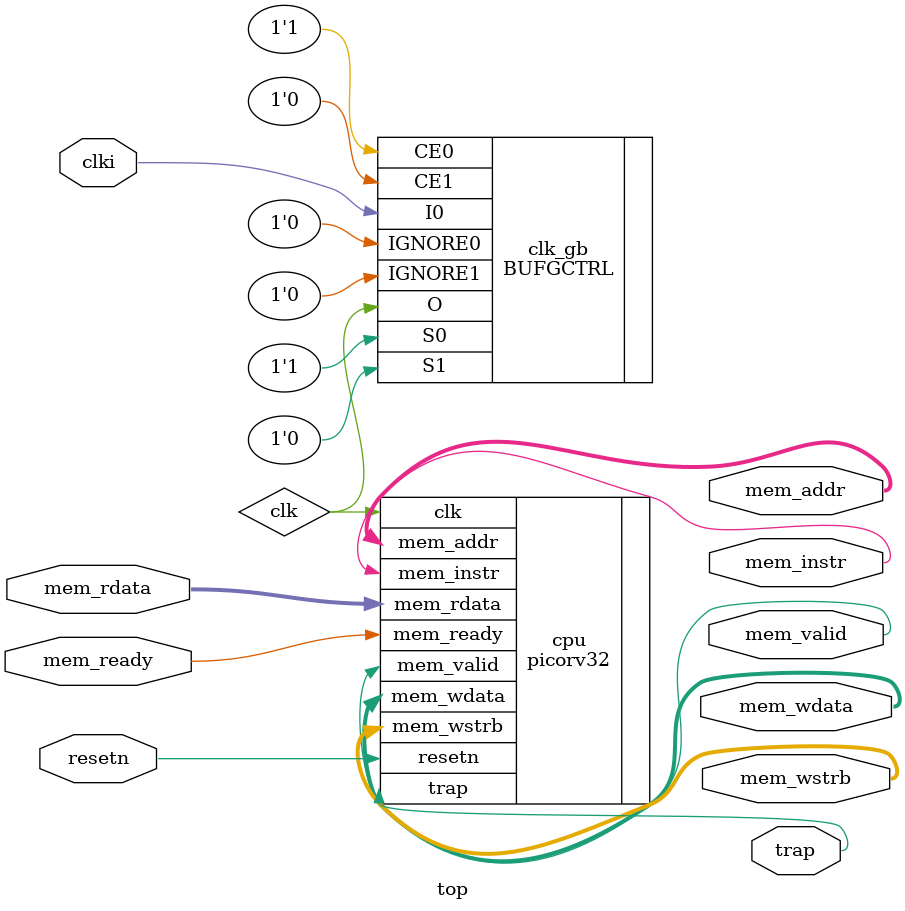
<source format=v>
module top (
	input clki, resetn,
	output trap,

	output        mem_valid,
	output        mem_instr,
	input         mem_ready,

	output [31:0] mem_addr,
	output [31:0] mem_wdata,
	output [ 3:0] mem_wstrb,
	input  [31:0] mem_rdata
);

    wire clk;
    BUFGCTRL clk_gb (
        .I0(clki),
        .CE0(1'b1),
        .CE1(1'b0),
        .S0(1'b1),
        .S1(1'b0),
        .IGNORE0(1'b0),
        .IGNORE1(1'b0),
        .O(clk)
    );

    picorv32 #(
        .ENABLE_COUNTERS(0),
        .TWO_STAGE_SHIFT(0),
        .CATCH_MISALIGN(0),
        .CATCH_ILLINSN(0)
    ) cpu (
        .clk      (clk     ),
        .resetn   (resetn   ),
        .trap     (trap     ),
        .mem_valid(mem_valid),
        .mem_instr(mem_instr),
        .mem_ready(mem_ready),
        .mem_addr (mem_addr ),
        .mem_wdata(mem_wdata),
        .mem_wstrb(mem_wstrb),
        .mem_rdata(mem_rdata)
    );
endmodule

</source>
